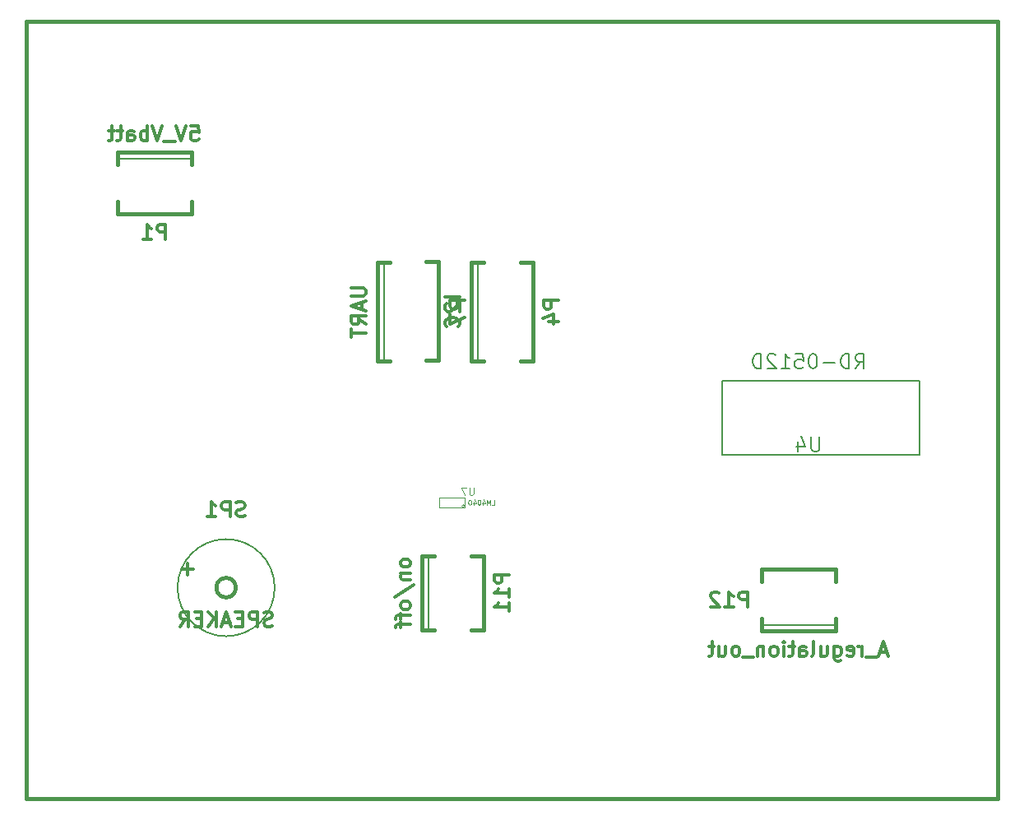
<source format=gbo>
G04 #@! TF.FileFunction,Legend,Bot*
%FSLAX46Y46*%
G04 Gerber Fmt 4.6, Leading zero omitted, Abs format (unit mm)*
G04 Created by KiCad (PCBNEW (2014-11-19 BZR 5293)-product) date Mo 24 Nov 2014 23:54:54 CET*
%MOMM*%
G01*
G04 APERTURE LIST*
%ADD10C,0.100000*%
%ADD11C,0.150000*%
%ADD12C,0.381000*%
%ADD13C,0.078740*%
%ADD14C,0.304800*%
%ADD15C,0.119380*%
%ADD16C,0.099060*%
G04 APERTURE END LIST*
D10*
D11*
X71882000Y-43942000D02*
X79502000Y-43942000D01*
D12*
X79502000Y-44577000D02*
X79502000Y-43307000D01*
X71882000Y-48387000D02*
X71882000Y-49657000D01*
X71882000Y-49657000D02*
X79502000Y-49657000D01*
X79502000Y-49657000D02*
X79502000Y-48387000D01*
X79502000Y-43307000D02*
X71882000Y-43307000D01*
X71882000Y-43307000D02*
X71882000Y-44577000D01*
D11*
X145796000Y-91948000D02*
X138176000Y-91948000D01*
D12*
X138176000Y-91313000D02*
X138176000Y-92583000D01*
X145796000Y-87503000D02*
X145796000Y-86233000D01*
X145796000Y-86233000D02*
X138176000Y-86233000D01*
X138176000Y-86233000D02*
X138176000Y-87503000D01*
X138176000Y-92583000D02*
X145796000Y-92583000D01*
X145796000Y-92583000D02*
X145796000Y-91313000D01*
D11*
X103886000Y-92456000D02*
X103886000Y-84836000D01*
D12*
X104521000Y-84836000D02*
X103251000Y-84836000D01*
X108331000Y-92456000D02*
X109601000Y-92456000D01*
X109601000Y-92456000D02*
X109601000Y-84836000D01*
X109601000Y-84836000D02*
X108331000Y-84836000D01*
X103251000Y-84836000D02*
X103251000Y-92456000D01*
X103251000Y-92456000D02*
X104521000Y-92456000D01*
D11*
X108966000Y-64770000D02*
X108966000Y-54610000D01*
D12*
X109601000Y-54610000D02*
X108331000Y-54610000D01*
X113411000Y-64770000D02*
X114681000Y-64770000D01*
X114681000Y-64770000D02*
X114681000Y-54610000D01*
X114681000Y-54610000D02*
X113411000Y-54610000D01*
X108331000Y-54610000D02*
X108331000Y-64770000D01*
X108331000Y-64770000D02*
X109601000Y-64770000D01*
D11*
X99314000Y-64770000D02*
X99314000Y-54610000D01*
D12*
X104940100Y-64757300D02*
X103670100Y-64757300D01*
X104940100Y-54597300D02*
X104940100Y-64757300D01*
X103670100Y-54597300D02*
X104940100Y-54597300D01*
X99949000Y-54610000D02*
X98679000Y-54610000D01*
X98679000Y-54610000D02*
X98679000Y-64770000D01*
X98679000Y-64770000D02*
X99949000Y-64770000D01*
D11*
X88058000Y-88138000D02*
G75*
G03X88058000Y-88138000I-5000000J0D01*
G01*
D12*
X84058760Y-88138000D02*
G75*
G03X84058760Y-88138000I-1000760J0D01*
G01*
D11*
X134112000Y-74422000D02*
X154432000Y-74422000D01*
X154432000Y-74422000D02*
X154432000Y-66802000D01*
X154432000Y-66802000D02*
X134112000Y-66802000D01*
X134112000Y-66802000D02*
X134112000Y-74422000D01*
D13*
X107634090Y-79725520D02*
G75*
G03X107634090Y-79725520I-159070J0D01*
G01*
X105029000Y-78867000D02*
X105029000Y-79883000D01*
X107632500Y-78867000D02*
X107632500Y-79883000D01*
X105029000Y-79883000D02*
X107632500Y-79883000D01*
X107632500Y-78867000D02*
X105029000Y-78867000D01*
D12*
X62484000Y-109855000D02*
X62484000Y-29855160D01*
X62484000Y-29855160D02*
X162483800Y-29855160D01*
X162483800Y-29855160D02*
X162483800Y-109855000D01*
X162483800Y-109855000D02*
X62484000Y-109855000D01*
D14*
X76816857Y-52251429D02*
X76816857Y-50727429D01*
X76236285Y-50727429D01*
X76091143Y-50800000D01*
X76018571Y-50872571D01*
X75946000Y-51017714D01*
X75946000Y-51235429D01*
X76018571Y-51380571D01*
X76091143Y-51453143D01*
X76236285Y-51525714D01*
X76816857Y-51525714D01*
X74494571Y-52251429D02*
X75365428Y-52251429D01*
X74930000Y-52251429D02*
X74930000Y-50727429D01*
X75075143Y-50945143D01*
X75220285Y-51090286D01*
X75365428Y-51162857D01*
X79465715Y-40567429D02*
X80191429Y-40567429D01*
X80264000Y-41293143D01*
X80191429Y-41220571D01*
X80046286Y-41148000D01*
X79683429Y-41148000D01*
X79538286Y-41220571D01*
X79465715Y-41293143D01*
X79393143Y-41438286D01*
X79393143Y-41801143D01*
X79465715Y-41946286D01*
X79538286Y-42018857D01*
X79683429Y-42091429D01*
X80046286Y-42091429D01*
X80191429Y-42018857D01*
X80264000Y-41946286D01*
X78957714Y-40567429D02*
X78449714Y-42091429D01*
X77941714Y-40567429D01*
X77796571Y-42236571D02*
X76635428Y-42236571D01*
X76490285Y-40567429D02*
X75982285Y-42091429D01*
X75474285Y-40567429D01*
X74966285Y-42091429D02*
X74966285Y-40567429D01*
X74966285Y-41148000D02*
X74821142Y-41075429D01*
X74530856Y-41075429D01*
X74385713Y-41148000D01*
X74313142Y-41220571D01*
X74240571Y-41365714D01*
X74240571Y-41801143D01*
X74313142Y-41946286D01*
X74385713Y-42018857D01*
X74530856Y-42091429D01*
X74821142Y-42091429D01*
X74966285Y-42018857D01*
X72934285Y-42091429D02*
X72934285Y-41293143D01*
X73006856Y-41148000D01*
X73151999Y-41075429D01*
X73442285Y-41075429D01*
X73587428Y-41148000D01*
X72934285Y-42018857D02*
X73079428Y-42091429D01*
X73442285Y-42091429D01*
X73587428Y-42018857D01*
X73659999Y-41873714D01*
X73659999Y-41728571D01*
X73587428Y-41583429D01*
X73442285Y-41510857D01*
X73079428Y-41510857D01*
X72934285Y-41438286D01*
X72426285Y-41075429D02*
X71845714Y-41075429D01*
X72208571Y-40567429D02*
X72208571Y-41873714D01*
X72135999Y-42018857D01*
X71990857Y-42091429D01*
X71845714Y-42091429D01*
X71555428Y-41075429D02*
X70974857Y-41075429D01*
X71337714Y-40567429D02*
X71337714Y-41873714D01*
X71265142Y-42018857D01*
X71120000Y-42091429D01*
X70974857Y-42091429D01*
X136724572Y-90097429D02*
X136724572Y-88573429D01*
X136144000Y-88573429D01*
X135998858Y-88646000D01*
X135926286Y-88718571D01*
X135853715Y-88863714D01*
X135853715Y-89081429D01*
X135926286Y-89226571D01*
X135998858Y-89299143D01*
X136144000Y-89371714D01*
X136724572Y-89371714D01*
X134402286Y-90097429D02*
X135273143Y-90097429D01*
X134837715Y-90097429D02*
X134837715Y-88573429D01*
X134982858Y-88791143D01*
X135128000Y-88936286D01*
X135273143Y-89008857D01*
X133821714Y-88718571D02*
X133749143Y-88646000D01*
X133604000Y-88573429D01*
X133241143Y-88573429D01*
X133096000Y-88646000D01*
X133023429Y-88718571D01*
X132950857Y-88863714D01*
X132950857Y-89008857D01*
X133023429Y-89226571D01*
X133894286Y-90097429D01*
X132950857Y-90097429D01*
X151093714Y-94742000D02*
X150368000Y-94742000D01*
X151238857Y-95177429D02*
X150730857Y-93653429D01*
X150222857Y-95177429D01*
X150077714Y-95322571D02*
X148916571Y-95322571D01*
X148553714Y-95177429D02*
X148553714Y-94161429D01*
X148553714Y-94451714D02*
X148481142Y-94306571D01*
X148408571Y-94234000D01*
X148263428Y-94161429D01*
X148118285Y-94161429D01*
X147029713Y-95104857D02*
X147174856Y-95177429D01*
X147465142Y-95177429D01*
X147610285Y-95104857D01*
X147682856Y-94959714D01*
X147682856Y-94379143D01*
X147610285Y-94234000D01*
X147465142Y-94161429D01*
X147174856Y-94161429D01*
X147029713Y-94234000D01*
X146957142Y-94379143D01*
X146957142Y-94524286D01*
X147682856Y-94669429D01*
X145650856Y-94161429D02*
X145650856Y-95395143D01*
X145723427Y-95540286D01*
X145795999Y-95612857D01*
X145941142Y-95685429D01*
X146158856Y-95685429D01*
X146303999Y-95612857D01*
X145650856Y-95104857D02*
X145795999Y-95177429D01*
X146086285Y-95177429D01*
X146231427Y-95104857D01*
X146303999Y-95032286D01*
X146376570Y-94887143D01*
X146376570Y-94451714D01*
X146303999Y-94306571D01*
X146231427Y-94234000D01*
X146086285Y-94161429D01*
X145795999Y-94161429D01*
X145650856Y-94234000D01*
X144271999Y-94161429D02*
X144271999Y-95177429D01*
X144925142Y-94161429D02*
X144925142Y-94959714D01*
X144852570Y-95104857D01*
X144707428Y-95177429D01*
X144489713Y-95177429D01*
X144344570Y-95104857D01*
X144271999Y-95032286D01*
X143328571Y-95177429D02*
X143473713Y-95104857D01*
X143546285Y-94959714D01*
X143546285Y-93653429D01*
X142094856Y-95177429D02*
X142094856Y-94379143D01*
X142167427Y-94234000D01*
X142312570Y-94161429D01*
X142602856Y-94161429D01*
X142747999Y-94234000D01*
X142094856Y-95104857D02*
X142239999Y-95177429D01*
X142602856Y-95177429D01*
X142747999Y-95104857D01*
X142820570Y-94959714D01*
X142820570Y-94814571D01*
X142747999Y-94669429D01*
X142602856Y-94596857D01*
X142239999Y-94596857D01*
X142094856Y-94524286D01*
X141586856Y-94161429D02*
X141006285Y-94161429D01*
X141369142Y-93653429D02*
X141369142Y-94959714D01*
X141296570Y-95104857D01*
X141151428Y-95177429D01*
X141006285Y-95177429D01*
X140498285Y-95177429D02*
X140498285Y-94161429D01*
X140498285Y-93653429D02*
X140570856Y-93726000D01*
X140498285Y-93798571D01*
X140425713Y-93726000D01*
X140498285Y-93653429D01*
X140498285Y-93798571D01*
X139554857Y-95177429D02*
X139699999Y-95104857D01*
X139772571Y-95032286D01*
X139845142Y-94887143D01*
X139845142Y-94451714D01*
X139772571Y-94306571D01*
X139699999Y-94234000D01*
X139554857Y-94161429D01*
X139337142Y-94161429D01*
X139191999Y-94234000D01*
X139119428Y-94306571D01*
X139046857Y-94451714D01*
X139046857Y-94887143D01*
X139119428Y-95032286D01*
X139191999Y-95104857D01*
X139337142Y-95177429D01*
X139554857Y-95177429D01*
X138393714Y-94161429D02*
X138393714Y-95177429D01*
X138393714Y-94306571D02*
X138321142Y-94234000D01*
X138176000Y-94161429D01*
X137958285Y-94161429D01*
X137813142Y-94234000D01*
X137740571Y-94379143D01*
X137740571Y-95177429D01*
X137377714Y-95322571D02*
X136216571Y-95322571D01*
X135636000Y-95177429D02*
X135781142Y-95104857D01*
X135853714Y-95032286D01*
X135926285Y-94887143D01*
X135926285Y-94451714D01*
X135853714Y-94306571D01*
X135781142Y-94234000D01*
X135636000Y-94161429D01*
X135418285Y-94161429D01*
X135273142Y-94234000D01*
X135200571Y-94306571D01*
X135128000Y-94451714D01*
X135128000Y-94887143D01*
X135200571Y-95032286D01*
X135273142Y-95104857D01*
X135418285Y-95177429D01*
X135636000Y-95177429D01*
X133821714Y-94161429D02*
X133821714Y-95177429D01*
X134474857Y-94161429D02*
X134474857Y-94959714D01*
X134402285Y-95104857D01*
X134257143Y-95177429D01*
X134039428Y-95177429D01*
X133894285Y-95104857D01*
X133821714Y-95032286D01*
X133313714Y-94161429D02*
X132733143Y-94161429D01*
X133096000Y-93653429D02*
X133096000Y-94959714D01*
X133023428Y-95104857D01*
X132878286Y-95177429D01*
X132733143Y-95177429D01*
X112195429Y-86795428D02*
X110671429Y-86795428D01*
X110671429Y-87376000D01*
X110744000Y-87521142D01*
X110816571Y-87593714D01*
X110961714Y-87666285D01*
X111179429Y-87666285D01*
X111324571Y-87593714D01*
X111397143Y-87521142D01*
X111469714Y-87376000D01*
X111469714Y-86795428D01*
X112195429Y-89117714D02*
X112195429Y-88246857D01*
X112195429Y-88682285D02*
X110671429Y-88682285D01*
X110889143Y-88537142D01*
X111034286Y-88392000D01*
X111106857Y-88246857D01*
X112195429Y-90569143D02*
X112195429Y-89698286D01*
X112195429Y-90133714D02*
X110671429Y-90133714D01*
X110889143Y-89988571D01*
X111034286Y-89843429D01*
X111106857Y-89698286D01*
X102035429Y-85489143D02*
X101962857Y-85344001D01*
X101890286Y-85271429D01*
X101745143Y-85198858D01*
X101309714Y-85198858D01*
X101164571Y-85271429D01*
X101092000Y-85344001D01*
X101019429Y-85489143D01*
X101019429Y-85706858D01*
X101092000Y-85852001D01*
X101164571Y-85924572D01*
X101309714Y-85997143D01*
X101745143Y-85997143D01*
X101890286Y-85924572D01*
X101962857Y-85852001D01*
X102035429Y-85706858D01*
X102035429Y-85489143D01*
X101019429Y-86650286D02*
X102035429Y-86650286D01*
X101164571Y-86650286D02*
X101092000Y-86722858D01*
X101019429Y-86868000D01*
X101019429Y-87085715D01*
X101092000Y-87230858D01*
X101237143Y-87303429D01*
X102035429Y-87303429D01*
X100438857Y-89117715D02*
X102398286Y-87811429D01*
X102035429Y-89843428D02*
X101962857Y-89698286D01*
X101890286Y-89625714D01*
X101745143Y-89553143D01*
X101309714Y-89553143D01*
X101164571Y-89625714D01*
X101092000Y-89698286D01*
X101019429Y-89843428D01*
X101019429Y-90061143D01*
X101092000Y-90206286D01*
X101164571Y-90278857D01*
X101309714Y-90351428D01*
X101745143Y-90351428D01*
X101890286Y-90278857D01*
X101962857Y-90206286D01*
X102035429Y-90061143D01*
X102035429Y-89843428D01*
X101019429Y-90786857D02*
X101019429Y-91367428D01*
X102035429Y-91004571D02*
X100729143Y-91004571D01*
X100584000Y-91077143D01*
X100511429Y-91222285D01*
X100511429Y-91367428D01*
X101019429Y-91657714D02*
X101019429Y-92238285D01*
X102035429Y-91875428D02*
X100729143Y-91875428D01*
X100584000Y-91948000D01*
X100511429Y-92093142D01*
X100511429Y-92238285D01*
X117275429Y-58565143D02*
X115751429Y-58565143D01*
X115751429Y-59145715D01*
X115824000Y-59290857D01*
X115896571Y-59363429D01*
X116041714Y-59436000D01*
X116259429Y-59436000D01*
X116404571Y-59363429D01*
X116477143Y-59290857D01*
X116549714Y-59145715D01*
X116549714Y-58565143D01*
X116259429Y-60742286D02*
X117275429Y-60742286D01*
X115678857Y-60379429D02*
X116767429Y-60016572D01*
X116767429Y-60960000D01*
X107115429Y-58202286D02*
X105591429Y-58202286D01*
X105736571Y-58855429D02*
X105664000Y-58928000D01*
X105591429Y-59073143D01*
X105591429Y-59436000D01*
X105664000Y-59581143D01*
X105736571Y-59653714D01*
X105881714Y-59726286D01*
X106026857Y-59726286D01*
X106244571Y-59653714D01*
X107115429Y-58782857D01*
X107115429Y-59726286D01*
X106970286Y-61250286D02*
X107042857Y-61177715D01*
X107115429Y-60960001D01*
X107115429Y-60814858D01*
X107042857Y-60597143D01*
X106897714Y-60452001D01*
X106752571Y-60379429D01*
X106462286Y-60306858D01*
X106244571Y-60306858D01*
X105954286Y-60379429D01*
X105809143Y-60452001D01*
X105664000Y-60597143D01*
X105591429Y-60814858D01*
X105591429Y-60960001D01*
X105664000Y-61177715D01*
X105736571Y-61250286D01*
X107623429Y-58565143D02*
X106099429Y-58565143D01*
X106099429Y-59145715D01*
X106172000Y-59290857D01*
X106244571Y-59363429D01*
X106389714Y-59436000D01*
X106607429Y-59436000D01*
X106752571Y-59363429D01*
X106825143Y-59290857D01*
X106897714Y-59145715D01*
X106897714Y-58565143D01*
X106099429Y-59944000D02*
X106099429Y-60960000D01*
X107623429Y-60306857D01*
X95939429Y-57258857D02*
X97173143Y-57258857D01*
X97318286Y-57331429D01*
X97390857Y-57404000D01*
X97463429Y-57549143D01*
X97463429Y-57839429D01*
X97390857Y-57984571D01*
X97318286Y-58057143D01*
X97173143Y-58129714D01*
X95939429Y-58129714D01*
X97028000Y-58782857D02*
X97028000Y-59508571D01*
X97463429Y-58637714D02*
X95939429Y-59145714D01*
X97463429Y-59653714D01*
X97463429Y-61032571D02*
X96737714Y-60524571D01*
X97463429Y-60161714D02*
X95939429Y-60161714D01*
X95939429Y-60742286D01*
X96012000Y-60887428D01*
X96084571Y-60960000D01*
X96229714Y-61032571D01*
X96447429Y-61032571D01*
X96592571Y-60960000D01*
X96665143Y-60887428D01*
X96737714Y-60742286D01*
X96737714Y-60161714D01*
X95939429Y-61468000D02*
X95939429Y-62338857D01*
X97463429Y-61903428D02*
X95939429Y-61903428D01*
X84981143Y-80753857D02*
X84763429Y-80826429D01*
X84400572Y-80826429D01*
X84255429Y-80753857D01*
X84182858Y-80681286D01*
X84110286Y-80536143D01*
X84110286Y-80391000D01*
X84182858Y-80245857D01*
X84255429Y-80173286D01*
X84400572Y-80100714D01*
X84690858Y-80028143D01*
X84836000Y-79955571D01*
X84908572Y-79883000D01*
X84981143Y-79737857D01*
X84981143Y-79592714D01*
X84908572Y-79447571D01*
X84836000Y-79375000D01*
X84690858Y-79302429D01*
X84328000Y-79302429D01*
X84110286Y-79375000D01*
X83457143Y-80826429D02*
X83457143Y-79302429D01*
X82876571Y-79302429D01*
X82731429Y-79375000D01*
X82658857Y-79447571D01*
X82586286Y-79592714D01*
X82586286Y-79810429D01*
X82658857Y-79955571D01*
X82731429Y-80028143D01*
X82876571Y-80100714D01*
X83457143Y-80100714D01*
X81134857Y-80826429D02*
X82005714Y-80826429D01*
X81570286Y-80826429D02*
X81570286Y-79302429D01*
X81715429Y-79520143D01*
X81860571Y-79665286D01*
X82005714Y-79737857D01*
X87811428Y-92056857D02*
X87593714Y-92129429D01*
X87230857Y-92129429D01*
X87085714Y-92056857D01*
X87013143Y-91984286D01*
X86940571Y-91839143D01*
X86940571Y-91694000D01*
X87013143Y-91548857D01*
X87085714Y-91476286D01*
X87230857Y-91403714D01*
X87521143Y-91331143D01*
X87666285Y-91258571D01*
X87738857Y-91186000D01*
X87811428Y-91040857D01*
X87811428Y-90895714D01*
X87738857Y-90750571D01*
X87666285Y-90678000D01*
X87521143Y-90605429D01*
X87158285Y-90605429D01*
X86940571Y-90678000D01*
X86287428Y-92129429D02*
X86287428Y-90605429D01*
X85706856Y-90605429D01*
X85561714Y-90678000D01*
X85489142Y-90750571D01*
X85416571Y-90895714D01*
X85416571Y-91113429D01*
X85489142Y-91258571D01*
X85561714Y-91331143D01*
X85706856Y-91403714D01*
X86287428Y-91403714D01*
X84763428Y-91331143D02*
X84255428Y-91331143D01*
X84037714Y-92129429D02*
X84763428Y-92129429D01*
X84763428Y-90605429D01*
X84037714Y-90605429D01*
X83457142Y-91694000D02*
X82731428Y-91694000D01*
X83602285Y-92129429D02*
X83094285Y-90605429D01*
X82586285Y-92129429D01*
X82078285Y-92129429D02*
X82078285Y-90605429D01*
X81207428Y-92129429D02*
X81860571Y-91258571D01*
X81207428Y-90605429D02*
X82078285Y-91476286D01*
X80554285Y-91331143D02*
X80046285Y-91331143D01*
X79828571Y-92129429D02*
X80554285Y-92129429D01*
X80554285Y-90605429D01*
X79828571Y-90605429D01*
X78304571Y-92129429D02*
X78812571Y-91403714D01*
X79175428Y-92129429D02*
X79175428Y-90605429D01*
X78594856Y-90605429D01*
X78449714Y-90678000D01*
X78377142Y-90750571D01*
X78304571Y-90895714D01*
X78304571Y-91113429D01*
X78377142Y-91258571D01*
X78449714Y-91331143D01*
X78594856Y-91403714D01*
X79175428Y-91403714D01*
X79638071Y-86247877D02*
X78476928Y-86247877D01*
X79057499Y-86828449D02*
X79057499Y-85667306D01*
D11*
X144144857Y-72584571D02*
X144144857Y-73798857D01*
X144073429Y-73941714D01*
X144002000Y-74013143D01*
X143859143Y-74084571D01*
X143573429Y-74084571D01*
X143430571Y-74013143D01*
X143359143Y-73941714D01*
X143287714Y-73798857D01*
X143287714Y-72584571D01*
X141930571Y-73084571D02*
X141930571Y-74084571D01*
X142287714Y-72513143D02*
X142644857Y-73584571D01*
X141716285Y-73584571D01*
X147823427Y-65575571D02*
X148323427Y-64861286D01*
X148680570Y-65575571D02*
X148680570Y-64075571D01*
X148109142Y-64075571D01*
X147966284Y-64147000D01*
X147894856Y-64218429D01*
X147823427Y-64361286D01*
X147823427Y-64575571D01*
X147894856Y-64718429D01*
X147966284Y-64789857D01*
X148109142Y-64861286D01*
X148680570Y-64861286D01*
X147180570Y-65575571D02*
X147180570Y-64075571D01*
X146823427Y-64075571D01*
X146609142Y-64147000D01*
X146466284Y-64289857D01*
X146394856Y-64432714D01*
X146323427Y-64718429D01*
X146323427Y-64932714D01*
X146394856Y-65218429D01*
X146466284Y-65361286D01*
X146609142Y-65504143D01*
X146823427Y-65575571D01*
X147180570Y-65575571D01*
X145680570Y-65004143D02*
X144537713Y-65004143D01*
X143537713Y-64075571D02*
X143394856Y-64075571D01*
X143251999Y-64147000D01*
X143180570Y-64218429D01*
X143109141Y-64361286D01*
X143037713Y-64647000D01*
X143037713Y-65004143D01*
X143109141Y-65289857D01*
X143180570Y-65432714D01*
X143251999Y-65504143D01*
X143394856Y-65575571D01*
X143537713Y-65575571D01*
X143680570Y-65504143D01*
X143751999Y-65432714D01*
X143823427Y-65289857D01*
X143894856Y-65004143D01*
X143894856Y-64647000D01*
X143823427Y-64361286D01*
X143751999Y-64218429D01*
X143680570Y-64147000D01*
X143537713Y-64075571D01*
X141680570Y-64075571D02*
X142394856Y-64075571D01*
X142466285Y-64789857D01*
X142394856Y-64718429D01*
X142251999Y-64647000D01*
X141894856Y-64647000D01*
X141751999Y-64718429D01*
X141680570Y-64789857D01*
X141609142Y-64932714D01*
X141609142Y-65289857D01*
X141680570Y-65432714D01*
X141751999Y-65504143D01*
X141894856Y-65575571D01*
X142251999Y-65575571D01*
X142394856Y-65504143D01*
X142466285Y-65432714D01*
X140180571Y-65575571D02*
X141037714Y-65575571D01*
X140609142Y-65575571D02*
X140609142Y-64075571D01*
X140751999Y-64289857D01*
X140894857Y-64432714D01*
X141037714Y-64504143D01*
X139609143Y-64218429D02*
X139537714Y-64147000D01*
X139394857Y-64075571D01*
X139037714Y-64075571D01*
X138894857Y-64147000D01*
X138823428Y-64218429D01*
X138752000Y-64361286D01*
X138752000Y-64504143D01*
X138823428Y-64718429D01*
X139680571Y-65575571D01*
X138752000Y-65575571D01*
X138109143Y-65575571D02*
X138109143Y-64075571D01*
X137752000Y-64075571D01*
X137537715Y-64147000D01*
X137394857Y-64289857D01*
X137323429Y-64432714D01*
X137252000Y-64718429D01*
X137252000Y-64932714D01*
X137323429Y-65218429D01*
X137394857Y-65361286D01*
X137537715Y-65504143D01*
X137752000Y-65575571D01*
X138109143Y-65575571D01*
D15*
X108530571Y-77814714D02*
X108530571Y-78431571D01*
X108494286Y-78504143D01*
X108458000Y-78540429D01*
X108385429Y-78576714D01*
X108240286Y-78576714D01*
X108167714Y-78540429D01*
X108131429Y-78504143D01*
X108095143Y-78431571D01*
X108095143Y-77814714D01*
X107804857Y-77814714D02*
X107296857Y-77814714D01*
X107623428Y-78576714D01*
D16*
X110431156Y-79601362D02*
X110669432Y-79601362D01*
X110669432Y-79100982D01*
X110264362Y-79601362D02*
X110264362Y-79100982D01*
X110097569Y-79458397D01*
X109930775Y-79100982D01*
X109930775Y-79601362D01*
X109478050Y-79267776D02*
X109478050Y-79601362D01*
X109597188Y-79077155D02*
X109716327Y-79434569D01*
X109406567Y-79434569D01*
X109120636Y-79100982D02*
X109072981Y-79100982D01*
X109025326Y-79124810D01*
X109001498Y-79148638D01*
X108977671Y-79196293D01*
X108953843Y-79291603D01*
X108953843Y-79410741D01*
X108977671Y-79506052D01*
X109001498Y-79553707D01*
X109025326Y-79577535D01*
X109072981Y-79601362D01*
X109120636Y-79601362D01*
X109168292Y-79577535D01*
X109192119Y-79553707D01*
X109215947Y-79506052D01*
X109239775Y-79410741D01*
X109239775Y-79291603D01*
X109215947Y-79196293D01*
X109192119Y-79148638D01*
X109168292Y-79124810D01*
X109120636Y-79100982D01*
X108524946Y-79267776D02*
X108524946Y-79601362D01*
X108644084Y-79077155D02*
X108763223Y-79434569D01*
X108453463Y-79434569D01*
X108167532Y-79100982D02*
X108119877Y-79100982D01*
X108072222Y-79124810D01*
X108048394Y-79148638D01*
X108024567Y-79196293D01*
X108000739Y-79291603D01*
X108000739Y-79410741D01*
X108024567Y-79506052D01*
X108048394Y-79553707D01*
X108072222Y-79577535D01*
X108119877Y-79601362D01*
X108167532Y-79601362D01*
X108215188Y-79577535D01*
X108239015Y-79553707D01*
X108262843Y-79506052D01*
X108286671Y-79410741D01*
X108286671Y-79291603D01*
X108262843Y-79196293D01*
X108239015Y-79148638D01*
X108215188Y-79124810D01*
X108167532Y-79100982D01*
M02*

</source>
